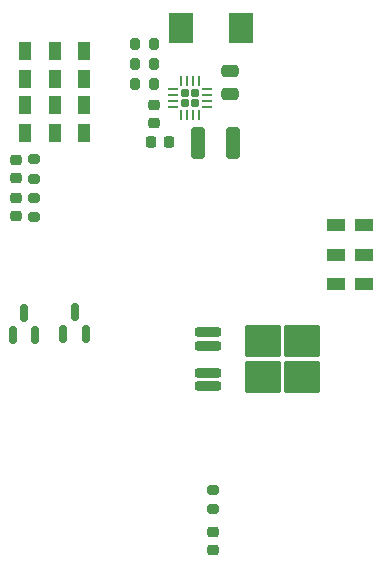
<source format=gbr>
%TF.GenerationSoftware,KiCad,Pcbnew,8.0.1*%
%TF.CreationDate,2024-06-02T10:18:44+08:00*%
%TF.ProjectId,CrazyPowerboard,4372617a-7950-46f7-9765-72626f617264,rev?*%
%TF.SameCoordinates,Original*%
%TF.FileFunction,Paste,Top*%
%TF.FilePolarity,Positive*%
%FSLAX46Y46*%
G04 Gerber Fmt 4.6, Leading zero omitted, Abs format (unit mm)*
G04 Created by KiCad (PCBNEW 8.0.1) date 2024-06-02 10:18:44*
%MOMM*%
%LPD*%
G01*
G04 APERTURE LIST*
G04 Aperture macros list*
%AMRoundRect*
0 Rectangle with rounded corners*
0 $1 Rounding radius*
0 $2 $3 $4 $5 $6 $7 $8 $9 X,Y pos of 4 corners*
0 Add a 4 corners polygon primitive as box body*
4,1,4,$2,$3,$4,$5,$6,$7,$8,$9,$2,$3,0*
0 Add four circle primitives for the rounded corners*
1,1,$1+$1,$2,$3*
1,1,$1+$1,$4,$5*
1,1,$1+$1,$6,$7*
1,1,$1+$1,$8,$9*
0 Add four rect primitives between the rounded corners*
20,1,$1+$1,$2,$3,$4,$5,0*
20,1,$1+$1,$4,$5,$6,$7,0*
20,1,$1+$1,$6,$7,$8,$9,0*
20,1,$1+$1,$8,$9,$2,$3,0*%
G04 Aperture macros list end*
%ADD10RoundRect,0.200000X-0.275000X0.200000X-0.275000X-0.200000X0.275000X-0.200000X0.275000X0.200000X0*%
%ADD11R,2.000000X2.500000*%
%ADD12RoundRect,0.150000X0.150000X-0.587500X0.150000X0.587500X-0.150000X0.587500X-0.150000X-0.587500X0*%
%ADD13RoundRect,0.225000X-0.225000X-0.250000X0.225000X-0.250000X0.225000X0.250000X-0.225000X0.250000X0*%
%ADD14RoundRect,0.250000X0.325000X1.100000X-0.325000X1.100000X-0.325000X-1.100000X0.325000X-1.100000X0*%
%ADD15RoundRect,0.218750X0.256250X-0.218750X0.256250X0.218750X-0.256250X0.218750X-0.256250X-0.218750X0*%
%ADD16R,1.000000X1.600000*%
%ADD17RoundRect,0.200000X-0.200000X-0.275000X0.200000X-0.275000X0.200000X0.275000X-0.200000X0.275000X0*%
%ADD18RoundRect,0.250000X-0.475000X0.250000X-0.475000X-0.250000X0.475000X-0.250000X0.475000X0.250000X0*%
%ADD19RoundRect,0.200000X0.200000X0.275000X-0.200000X0.275000X-0.200000X-0.275000X0.200000X-0.275000X0*%
%ADD20RoundRect,0.170000X-0.170000X0.170000X-0.170000X-0.170000X0.170000X-0.170000X0.170000X0.170000X0*%
%ADD21RoundRect,0.062500X-0.062500X0.350000X-0.062500X-0.350000X0.062500X-0.350000X0.062500X0.350000X0*%
%ADD22RoundRect,0.062500X-0.350000X0.062500X-0.350000X-0.062500X0.350000X-0.062500X0.350000X0.062500X0*%
%ADD23RoundRect,0.200000X-0.900000X-0.200000X0.900000X-0.200000X0.900000X0.200000X-0.900000X0.200000X0*%
%ADD24RoundRect,0.250000X-1.275000X-1.125000X1.275000X-1.125000X1.275000X1.125000X-1.275000X1.125000X0*%
%ADD25RoundRect,0.225000X-0.250000X0.225000X-0.250000X-0.225000X0.250000X-0.225000X0.250000X0.225000X0*%
%ADD26R,1.600000X1.000000*%
G04 APERTURE END LIST*
D10*
%TO.C,R4*%
X85325000Y-50075000D03*
X85325000Y-51725000D03*
%TD*%
D11*
%TO.C,L1*%
X97817200Y-35718400D03*
X102817200Y-35718400D03*
%TD*%
D12*
%TO.C,Q1*%
X83525000Y-61712500D03*
X85425000Y-61712500D03*
X84475000Y-59837500D03*
%TD*%
D13*
%TO.C,C7*%
X95237200Y-45370400D03*
X96787200Y-45370400D03*
%TD*%
D14*
%TO.C,C1*%
X102160800Y-45446600D03*
X99210800Y-45446600D03*
%TD*%
D15*
%TO.C,D1*%
X100512500Y-79937500D03*
X100512500Y-78362500D03*
%TD*%
D16*
%TO.C,S2*%
X84575000Y-40050000D03*
X87075000Y-40050000D03*
X89575000Y-40050000D03*
X84575000Y-37650000D03*
X87075000Y-37650000D03*
X89575000Y-37650000D03*
%TD*%
D17*
%TO.C,R3*%
X93841000Y-37039200D03*
X95491000Y-37039200D03*
%TD*%
D18*
%TO.C,C3*%
X101955800Y-39391200D03*
X101955800Y-41291200D03*
%TD*%
D19*
%TO.C,R2*%
X95491000Y-40442800D03*
X93841000Y-40442800D03*
%TD*%
D20*
%TO.C,U2*%
X98957500Y-41230000D03*
X98117500Y-41230000D03*
X98957500Y-42070000D03*
X98117500Y-42070000D03*
D21*
X99287500Y-40187500D03*
X98787500Y-40187500D03*
X98287500Y-40187500D03*
X97787500Y-40187500D03*
D22*
X97075000Y-40900000D03*
X97075000Y-41400000D03*
X97075000Y-41900000D03*
X97075000Y-42400000D03*
D21*
X97787500Y-43112500D03*
X98287500Y-43112500D03*
X98787500Y-43112500D03*
X99287500Y-43112500D03*
D22*
X100000000Y-42400000D03*
X100000000Y-41900000D03*
X100000000Y-41400000D03*
X100000000Y-40900000D03*
%TD*%
D23*
%TO.C,U1*%
X100075000Y-61470000D03*
X100075000Y-62610000D03*
D24*
X104700000Y-62225000D03*
X104700000Y-65275000D03*
X108050000Y-62225000D03*
X108050000Y-65275000D03*
D23*
X100075000Y-64890000D03*
X100075000Y-66030000D03*
%TD*%
D17*
%TO.C,R1*%
X93866400Y-38741000D03*
X95516400Y-38741000D03*
%TD*%
D25*
%TO.C,C5*%
X95453400Y-42233200D03*
X95453400Y-43783200D03*
%TD*%
%TO.C,C2*%
X83825000Y-50125000D03*
X83825000Y-51675000D03*
%TD*%
D10*
%TO.C,R5*%
X85325000Y-46825000D03*
X85325000Y-48475000D03*
%TD*%
D26*
%TO.C,S1*%
X110875000Y-52410000D03*
X110875000Y-54910000D03*
X110875000Y-57410000D03*
X113275000Y-52410000D03*
X113275000Y-54910000D03*
X113275000Y-57410000D03*
%TD*%
D16*
%TO.C,S3*%
X84575000Y-44650000D03*
X87075000Y-44650000D03*
X89575000Y-44650000D03*
X84575000Y-42250000D03*
X87075000Y-42250000D03*
X89575000Y-42250000D03*
%TD*%
D25*
%TO.C,C4*%
X83825000Y-46875000D03*
X83825000Y-48425000D03*
%TD*%
D10*
%TO.C,R10*%
X100512500Y-74825000D03*
X100512500Y-76475000D03*
%TD*%
D12*
%TO.C,Q2*%
X87825000Y-61650000D03*
X89725000Y-61650000D03*
X88775000Y-59775000D03*
%TD*%
M02*

</source>
